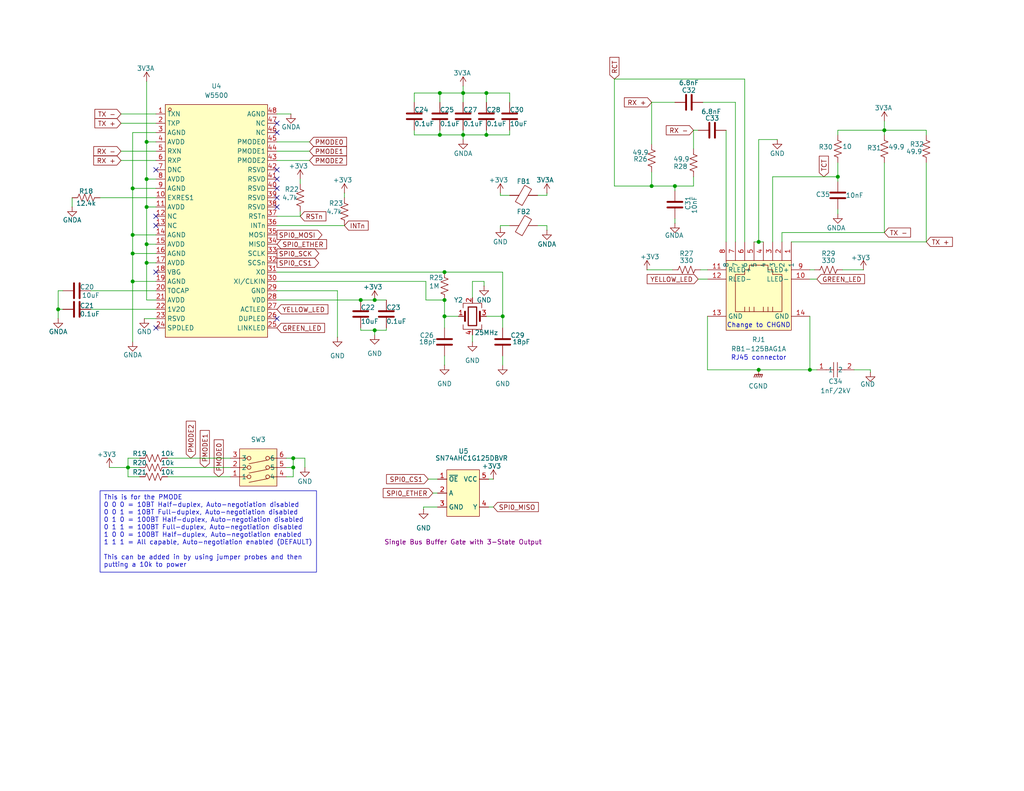
<source format=kicad_sch>
(kicad_sch (version 20250114) (generator "eeschema") (generator_version "9.0")
  (paper "USLetter")
  (title_block (date "2025-04-01") (rev "1") (company "Bronco Space") (comment 1 "SCALES") (comment 2 "By John Pollak"))
  (lib_symbols
    (symbol "Device:C" (pin_numbers (hide yes)) (pin_names (offset 0.254))
      (property "Reference" "C" (at 0.635 2.54 0))
      (property "Value" "C" (at 0.635 -2.54 0))
      (symbol "C_0_1"
        (polyline (pts (xy -2.032 0.762) (xy 2.032 0.762)) (stroke (width 0.508)))
        (polyline (pts (xy -2.032 -0.762) (xy 2.032 -0.762)) (stroke (width 0.508)))
      )
      (symbol "C_1_1"
        (pin passive line (at 0 3.81 270) (length 2.794) (name "~") (number "1"))
        (pin passive line (at 0 -3.81 90) (length 2.794) (name "~") (number "2"))
      )
    )
    (symbol "Device:Crystal_GND24" (pin_names (offset 1.016) (hide yes))
      (property "Reference" "Y" (at 3.175 5.08 0))
      (property "Value" "Crystal_GND24" (at 3.175 3.175 0))
      (symbol "Crystal_GND24_0_1"
        (polyline (pts (xy -2.54 2.286) (xy -2.54 3.556) (xy 2.54 3.556) (xy 2.54 2.286)))
        (polyline (pts (xy -2.54 0) (xy -2.032 0)))
        (polyline (pts (xy -2.54 -2.286) (xy -2.54 -3.556) (xy 2.54 -3.556) (xy 2.54 -2.286)))
        (polyline (pts (xy -2.032 -1.27) (xy -2.032 1.27)) (stroke (width 0.508)))
        (rectangle (start -1.143 2.54) (end 1.143 -2.54) (stroke (width 0.3048)))
        (polyline (pts (xy 0 3.556) (xy 0 3.81)))
        (polyline (pts (xy 0 -3.81) (xy 0 -3.556)))
        (polyline (pts (xy 2.032 0) (xy 2.54 0)))
        (polyline (pts (xy 2.032 -1.27) (xy 2.032 1.27)) (stroke (width 0.508)))
      )
      (symbol "Crystal_GND24_1_1"
        (pin passive line (at -3.81 0 0) (length 1.27) (name "1") (number "1"))
        (pin passive line (at 0 5.08 270) (length 1.27) (name "2") (number "2"))
        (pin passive line (at 0 -5.08 90) (length 1.27) (name "4") (number "4"))
        (pin passive line (at 3.81 0 180) (length 1.27) (name "3") (number "3"))
      )
    )
    (symbol "Device:FerriteBead" (pin_numbers (hide yes)) (pin_names (offset 0))
      (property "Reference" "FB" (at -3.81 0.635 90))
      (property "Value" "FerriteBead" (at 3.81 0 90))
      (symbol "FerriteBead_0_1"
        (polyline (pts (xy -2.7686 0.4064) (xy -1.7018 2.2606) (xy 2.7686 -0.3048) (xy 1.6764 -2.159) (xy -2.7686 0.4064)))
        (polyline (pts (xy 0 1.27) (xy 0 1.2954)))
        (polyline (pts (xy 0 -1.27) (xy 0 -1.2192)))
      )
      (symbol "FerriteBead_1_1"
        (pin passive line (at 0 3.81 270) (length 2.54) (name "~") (number "1"))
        (pin passive line (at 0 -3.81 90) (length 2.54) (name "~") (number "2"))
      )
    )
    (symbol "Device:R_US" (pin_numbers (hide yes)) (pin_names (offset 0))
      (property "Reference" "R" (at 2.54 0 90))
      (property "Value" "R_US" (at -2.54 0 90))
      (symbol "R_US_0_1"
        (polyline (pts (xy 0 2.286) (xy 0 2.54)))
        (polyline (pts (xy 0 2.286) (xy 1.016 1.905) (xy 0 1.524) (xy -1.016 1.143) (xy 0 0.762)))
        (polyline (pts (xy 0 0.762) (xy 1.016 0.381) (xy 0 0) (xy -1.016 -0.381) (xy 0 -0.762)))
        (polyline (pts (xy 0 -0.762) (xy 1.016 -1.143) (xy 0 -1.524) (xy -1.016 -1.905) (xy 0 -2.286)))
        (polyline (pts (xy 0 -2.286) (xy 0 -2.54)))
      )
      (symbol "R_US_1_1"
        (pin passive line (at 0 3.81 270) (length 1.27) (name "~") (number "1"))
        (pin passive line (at 0 -3.81 90) (length 1.27) (name "~") (number "2"))
      )
    )
    (symbol "SCALES:3_Pin_Dip_Switch_DSWB03LHGET_C25503178"
      (property "Reference" "SW" (at -7.366 0 0))
      (property "Value" "3_Pin_Dip_Switch_DSWB03LHGET_C25503178" (at 0 -18.542 0))
      (symbol "3_Pin_Dip_Switch_DSWB03LHGET_C25503178_0_1"
        (rectangle (start -5.08 5.08) (end 5.08 -5.08) (fill (type background)))
        (polyline (pts (xy -3.05 -2.54) (xy -4.06 2.54)))
        (polyline (pts (xy -2.54 3.05) (xy -2.54 5.08)))
        (circle (center -2.54 2.54) (radius 0.51))
        (circle (center -2.54 -2.54) (radius 0.51))
        (polyline (pts (xy -2.54 -3.05) (xy -2.54 -5.08)))
        (polyline (pts (xy -0.51 -2.54) (xy -1.52 2.54)))
        (polyline (pts (xy 0 3.05) (xy 0 5.08)))
        (circle (center 0 2.54) (radius 0.51))
        (circle (center 0 -2.54) (radius 0.51))
        (polyline (pts (xy 0 -3.05) (xy 0 -5.08)))
        (polyline (pts (xy 2.03 -2.54) (xy 1.02 2.54)))
        (polyline (pts (xy 2.54 3.05) (xy 2.54 5.08)))
        (circle (center 2.54 2.54) (radius 0.51))
        (circle (center 2.54 -2.54) (radius 0.51))
        (polyline (pts (xy 2.54 -3.05) (xy 2.54 -5.08)))
        (pin unspecified line (at -2.54 7.62 270) (length 2.54) (name "1") (number "1"))
        (pin unspecified line (at -2.54 -7.62 90) (length 2.54) (name "4") (number "4"))
        (pin unspecified line (at 0 7.62 270) (length 2.54) (name "2") (number "2"))
        (pin unspecified line (at 0 -7.62 90) (length 2.54) (name "5") (number "5"))
        (pin unspecified line (at 2.54 7.62 270) (length 2.54) (name "3") (number "3"))
        (pin unspecified line (at 2.54 -7.62 90) (length 2.54) (name "6") (number "6"))
      )
    )
    (symbol "SCALES:FV32N102J202EFG"
      (property "Reference" "C" (at 0 5.08 0))
      (property "Value" "1nF/2kV" (at 0 -5.08 0))
      (symbol "FV32N102J202EFG_0_1"
        (polyline (pts (xy -0.51 0) (xy -2.54 0)))
        (polyline (pts (xy -0.51 -2.03) (xy -0.51 2.03)))
        (polyline (pts (xy 0.51 2.03) (xy 0.51 -2.03)))
        (polyline (pts (xy 2.54 0) (xy 0.51 0)))
        (pin unspecified line (at -5.08 0 0) (length 2.54) (name "1") (number "1"))
        (pin unspecified line (at 5.08 0 180) (length 2.54) (name "2") (number "2"))
      )
    )
    (symbol "SCALES:SN74AHC1G125DBVR"
      (property "Reference" "U" (at 0.254 7.62 0))
      (property "Value" "SN74AHC1G125DBVR" (at 0 -10.16 0))
      (symbol "SN74AHC1G125DBVR_0_1"
        (rectangle (start -3.81 6.35) (end 5.08 -6.35) (fill (type background)))
        (pin unspecified line (at -6.35 0 0) (length 2.54) (name "A") (number "2"))
        (pin unspecified line (at -6.35 -3.81 0) (length 2.54) (name "GND") (number "3"))
        (pin unspecified line (at 7.62 3.81 180) (length 2.54) (name "VCC") (number "5"))
        (pin unspecified line (at 7.62 -3.81 180) (length 2.54) (name "Y") (number "4"))
      )
      (symbol "SN74AHC1G125DBVR_1_1"
        (pin unspecified line (at -6.35 3.81 0) (length 2.54) (name "~{OE}") (number "1"))
      )
    )
    (symbol "easyeda2kicad:RB1-125BAG1A"
      (property "Reference" "RJ" (at 0 12.7 0))
      (property "Value" "RB1-125BAG1A" (at 0 -17.78 0))
      (symbol "RB1-125BAG1A_0_1"
        (rectangle (start -7.62 11.43) (end 10.16 -7.62) (fill (type background)))
        (polyline (pts (xy -2.54 6.35) (xy -2.54 5.08) (xy -2.54 5.08)))
        (polyline (pts (xy -1.27 6.35) (xy -1.27 5.08) (xy -1.27 5.08)))
        (polyline (pts (xy 0 6.35) (xy 0 5.08) (xy 0 5.08)))
        (polyline (pts (xy 2.54 6.35) (xy 2.54 5.08) (xy 2.54 5.08)))
        (polyline (pts (xy 3.81 6.35) (xy 3.81 5.08) (xy 3.81 5.08)))
        (polyline (pts (xy 5.08 6.35) (xy 5.08 5.08) (xy 5.08 5.08)))
        (polyline (pts (xy 7.62 6.35) (xy -5.08 6.35) (xy -5.08 -3.81) (xy -2.54 -3.81) (xy -2.54 -5.08) (xy -1.27 -5.08) (xy -1.27 -5.08) (xy -1.27 -6.35) (xy 3.81 -6.35) (xy 3.81 -5.08) (xy 5.08 -5.08) (xy 5.08 -3.81) (xy 7.62 -3.81) (xy 7.62 6.35) (xy 7.62 5.08)))
        (pin unspecified line (at -12.7 7.62 0) (length 5.08) (name "GND") (number "14"))
        (pin unspecified line (at -12.7 -2.54 0) (length 5.08) (name "LLED-") (number "10"))
        (pin unspecified line (at -12.7 -5.08 0) (length 5.08) (name "LLED+") (number "9"))
        (pin unspecified line (at -7.62 -12.7 90) (length 5.08) (name "1") (number "1"))
        (pin unspecified line (at -5.08 -12.7 90) (length 5.08) (name "2") (number "2"))
        (pin unspecified line (at -2.54 -12.7 90) (length 5.08) (name "3") (number "3"))
        (pin unspecified line (at 0 -12.7 90) (length 5.08) (name "4") (number "4"))
        (pin unspecified line (at 2.54 -12.7 90) (length 5.08) (name "5") (number "5"))
        (pin unspecified line (at 5.08 -12.7 90) (length 5.08) (name "6") (number "6"))
        (pin unspecified line (at 7.62 -12.7 90) (length 5.08) (name "7") (number "7"))
        (pin unspecified line (at 10.16 -12.7 90) (length 5.08) (name "8") (number "8"))
        (pin unspecified line (at 15.24 7.62 180) (length 5.08) (name "GND") (number "13"))
        (pin unspecified line (at 15.24 -2.54 180) (length 5.08) (name "RLED-") (number "12"))
        (pin unspecified line (at 15.24 -5.08 180) (length 5.08) (name "RLED+") (number "11"))
      )
    )
    (symbol "easyeda2kicad:W5500"
      (property "Reference" "U" (at 0 34.29 0))
      (property "Value" "W5500" (at 0 -34.29 0))
      (symbol "W5500_0_1"
        (rectangle (start -13.97 31.75) (end 13.97 -31.75) (fill (type background)))
        (circle (center -12.7 30.48) (radius 0.38))
        (pin unspecified line (at -16.51 29.21 0) (length 2.54) (name "TXN") (number "1"))
        (pin unspecified line (at -16.51 26.67 0) (length 2.54) (name "TXP") (number "2"))
        (pin unspecified line (at -16.51 24.13 0) (length 2.54) (name "AGND") (number "3"))
        (pin unspecified line (at -16.51 21.59 0) (length 2.54) (name "AVDD") (number "4"))
        (pin unspecified line (at -16.51 19.05 0) (length 2.54) (name "RXN") (number "5"))
        (pin unspecified line (at -16.51 16.51 0) (length 2.54) (name "RXP") (number "6"))
        (pin unspecified line (at -16.51 13.97 0) (length 2.54) (name "DNC") (number "7"))
        (pin unspecified line (at -16.51 11.43 0) (length 2.54) (name "AVDD") (number "8"))
        (pin unspecified line (at -16.51 8.89 0) (length 2.54) (name "AGND") (number "9"))
        (pin unspecified line (at -16.51 6.35 0) (length 2.54) (name "EXRES1") (number "10"))
        (pin unspecified line (at -16.51 3.81 0) (length 2.54) (name "AVDD") (number "11"))
        (pin unspecified line (at -16.51 1.27 0) (length 2.54) (name "NC") (number "12"))
        (pin unspecified line (at -16.51 -1.27 0) (length 2.54) (name "NC") (number "13"))
        (pin unspecified line (at -16.51 -3.81 0) (length 2.54) (name "AGND") (number "14"))
        (pin unspecified line (at -16.51 -6.35 0) (length 2.54) (name "AVDD") (number "15"))
        (pin unspecified line (at -16.51 -8.89 0) (length 2.54) (name "AGND") (number "16"))
        (pin unspecified line (at -16.51 -11.43 0) (length 2.54) (name "AVDD") (number "17"))
        (pin unspecified line (at -16.51 -13.97 0) (length 2.54) (name "VBG") (number "18"))
        (pin unspecified line (at -16.51 -16.51 0) (length 2.54) (name "AGND") (number "19"))
        (pin unspecified line (at -16.51 -19.05 0) (length 2.54) (name "TOCAP") (number "20"))
        (pin unspecified line (at -16.51 -21.59 0) (length 2.54) (name "AVDD") (number "21"))
        (pin unspecified line (at -16.51 -24.13 0) (length 2.54) (name "1V2O") (number "22"))
        (pin unspecified line (at -16.51 -26.67 0) (length 2.54) (name "RSVD") (number "23"))
        (pin unspecified line (at -16.51 -29.21 0) (length 2.54) (name "SPDLED") (number "24"))
        (pin unspecified line (at 16.51 29.21 180) (length 2.54) (name "AGND") (number "48"))
        (pin unspecified line (at 16.51 26.67 180) (length 2.54) (name "NC") (number "47"))
        (pin unspecified line (at 16.51 24.13 180) (length 2.54) (name "NC") (number "46"))
        (pin unspecified line (at 16.51 21.59 180) (length 2.54) (name "PMODE0") (number "45"))
        (pin unspecified line (at 16.51 19.05 180) (length 2.54) (name "PMODE1") (number "44"))
        (pin unspecified line (at 16.51 16.51 180) (length 2.54) (name "PMODE2") (number "43"))
        (pin unspecified line (at 16.51 13.97 180) (length 2.54) (name "RSVD") (number "42"))
        (pin unspecified line (at 16.51 11.43 180) (length 2.54) (name "RSVD") (number "41"))
        (pin unspecified line (at 16.51 8.89 180) (length 2.54) (name "RSVD") (number "40"))
        (pin unspecified line (at 16.51 6.35 180) (length 2.54) (name "RSVD") (number "39"))
        (pin unspecified line (at 16.51 3.81 180) (length 2.54) (name "RSVD") (number "38"))
        (pin unspecified line (at 16.51 1.27 180) (length 2.54) (name "RSTn") (number "37"))
        (pin unspecified line (at 16.51 -1.27 180) (length 2.54) (name "INTn") (number "36"))
        (pin unspecified line (at 16.51 -3.81 180) (length 2.54) (name "MOSI") (number "35"))
        (pin unspecified line (at 16.51 -6.35 180) (length 2.54) (name "MISO") (number "34"))
        (pin unspecified line (at 16.51 -8.89 180) (length 2.54) (name "SCLK") (number "33"))
        (pin unspecified line (at 16.51 -11.43 180) (length 2.54) (name "SCSn") (number "32"))
        (pin unspecified line (at 16.51 -13.97 180) (length 2.54) (name "XO") (number "31"))
        (pin unspecified line (at 16.51 -16.51 180) (length 2.54) (name "XI/CLKIN") (number "30"))
        (pin unspecified line (at 16.51 -19.05 180) (length 2.54) (name "GND") (number "29"))
        (pin unspecified line (at 16.51 -21.59 180) (length 2.54) (name "VDD") (number "28"))
        (pin unspecified line (at 16.51 -24.13 180) (length 2.54) (name "ACTLED") (number "27"))
        (pin unspecified line (at 16.51 -26.67 180) (length 2.54) (name "DUPLED") (number "26"))
        (pin unspecified line (at 16.51 -29.21 180) (length 2.54) (name "LINKLED") (number "25"))
      )
    )
    (symbol "power:+3V3" (power) (pin_numbers (hide yes)) (pin_names (offset 0) (hide yes))
      (property "Value" "+3V3" (at 0 3.556 0))
      (symbol "+3V3_0_1"
        (polyline (pts (xy -0.762 1.27) (xy 0 2.54)))
        (polyline (pts (xy 0 2.54) (xy 0.762 1.27)))
        (polyline (pts (xy 0 0) (xy 0 2.54)))
      )
      (symbol "+3V3_1_1"
        (pin power_in line (at 0 0 90) (length 0) (name "~") (number "1"))
      )
    )
    (symbol "power:GND" (power) (pin_numbers (hide yes)) (pin_names (offset 0) (hide yes))
      (property "Value" "GND" (at 0 -3.81 0))
      (symbol "GND_0_1"
        (polyline (pts (xy 0 0) (xy 0 -1.27) (xy 1.27 -1.27) (xy 0 -2.54) (xy -1.27 -1.27) (xy 0 -1.27)))
      )
      (symbol "GND_1_1"
        (pin power_in line (at 0 0 270) (length 0) (name "~") (number "1"))
      )
    )
    (symbol "power:GNDPWR" (power) (pin_numbers (hide yes)) (pin_names (offset 0) (hide yes))
      (property "Value" "GNDPWR" (at 0 -3.302 0))
      (symbol "GNDPWR_0_1"
        (polyline (pts (xy -1.016 -1.27) (xy -1.27 -2.032) (xy -1.27 -2.032)) (stroke (width 0.2032)))
        (polyline (pts (xy -0.508 -1.27) (xy -0.762 -2.032) (xy -0.762 -2.032)) (stroke (width 0.2032)))
        (polyline (pts (xy 0 -1.27) (xy 0 0)))
        (polyline (pts (xy 0 -1.27) (xy -0.254 -2.032) (xy -0.254 -2.032)) (stroke (width 0.2032)))
        (polyline (pts (xy 0.508 -1.27) (xy 0.254 -2.032) (xy 0.254 -2.032)) (stroke (width 0.2032)))
        (polyline (pts (xy 1.016 -1.27) (xy -1.016 -1.27) (xy -1.016 -1.27)) (stroke (width 0.2032)))
        (polyline (pts (xy 1.016 -1.27) (xy 0.762 -2.032) (xy 0.762 -2.032) (xy 0.762 -2.032)) (stroke (width 0.2032)))
      )
      (symbol "GNDPWR_1_1"
        (pin power_in line (at 0 0 270) (length 0) (name "~") (number "1"))
      )
    )
    (symbol "power:VPP" (power) (pin_numbers (hide yes)) (pin_names (offset 0) (hide yes))
      (property "Value" "VPP" (at 0 3.556 0))
      (symbol "VPP_0_1"
        (polyline (pts (xy -0.762 1.27) (xy 0 2.54)))
        (polyline (pts (xy 0 2.54) (xy 0.762 1.27)))
        (polyline (pts (xy 0 0) (xy 0 2.54)))
      )
      (symbol "VPP_1_1"
        (pin power_in line (at 0 0 90) (length 0) (name "~") (number "1"))
      )
    )
  )
  (text "Change to CHGND\n" (at 207.01 88.9 0) (effects (font (size 1.27 1.27))))
  (text "RJ45 connector" (at 207.01 97.79 0) (effects (font (size 1.27 1.27))))
  (text_box "This is for the PMODE\n0 0 0 = 10BT Half-duplex, Auto-negotiation disabled\n0 0 1 = 10BT Full-duplex, Auto-negotiation disabled\n0 1 0 = 100BT Half-duplex, Auto-negotiation disabled\n0 1 1 = 100BT Full-duplex, Auto-negotiation disabled\n1 0 0 = 100BT Half-duplex, Auto-negotiation enabled\n1 1 1 = All capable, Auto-negotiation enabled (DEFAULT)\n\nThis can be added in by using jumper probes and then putting a 10k to power" (at 27.305 133.985 0) (size 59.055 22.225) (margins 0.9525 0.9525 0.9525 0.9525) (effects (font (size 1.27 1.27)) (justify left top)))
  (junction (at 137.16 86.36))
  (junction (at 207.01 66.04))
  (junction (at 228.6 48.26))
  (junction (at 241.3 35.56))
  (junction (at 120.015 36.83))
  (junction (at 120.015 25.4))
  (junction (at 40.005 71.755))
  (junction (at 121.285 81.915))
  (junction (at 36.195 51.435))
  (junction (at 132.715 36.83))
  (junction (at 220.98 100.965))
  (junction (at 40.005 66.675))
  (junction (at 121.285 74.295))
  (junction (at 102.235 90.17))
  (junction (at 36.195 64.135))
  (junction (at 15.875 84.455))
  (junction (at 34.925 127.635))
  (junction (at 126.365 25.4))
  (junction (at 40.005 56.515))
  (junction (at 80.01 125.095))
  (junction (at 121.285 86.36))
  (junction (at 132.715 25.4))
  (junction (at 36.195 69.215))
  (junction (at 40.005 48.895))
  (junction (at 98.425 81.915))
  (junction (at 36.195 76.835))
  (junction (at 126.365 36.83))
  (junction (at 184.15 50.8))
  (junction (at 102.235 81.915))
  (junction (at 207.01 100.965))
  (junction (at 177.8 50.8))
  (junction (at 80.01 127.635))
  (junction (at 40.005 38.735))
  (no_connect (at 75.565 51.435))
  (no_connect (at 75.565 56.515))
  (no_connect (at 75.565 86.995))
  (no_connect (at 42.545 61.595))
  (no_connect (at 42.545 89.535))
  (no_connect (at 75.565 53.975))
  (no_connect (at 42.545 59.055))
  (no_connect (at 75.565 33.655))
  (no_connect (at 75.565 46.355))
  (no_connect (at 42.545 46.355))
  (no_connect (at 75.565 48.895))
  (no_connect (at 75.565 36.195))
  (no_connect (at 42.545 74.295))
  (wire (pts (xy 121.285 99.695) (xy 121.285 97.155)))
  (wire (pts (xy 126.365 23.495) (xy 126.365 25.4)))
  (wire (pts (xy 177.8 27.94) (xy 177.8 39.37)))
  (wire (pts (xy 125.095 86.36) (xy 121.285 86.36)))
  (wire (pts (xy 105.41 90.17) (xy 105.41 89.535)))
  (wire (pts (xy 42.545 81.915) (xy 40.005 81.915)))
  (wire (pts (xy 34.925 127.635) (xy 34.925 130.175)))
  (wire (pts (xy 75.565 31.115) (xy 79.375 31.115)))
  (wire (pts (xy 120.015 36.83) (xy 120.015 35.56)))
  (wire (pts (xy 42.545 56.515) (xy 40.005 56.515)))
  (wire (pts (xy 120.015 25.4) (xy 126.365 25.4)))
  (wire (pts (xy 134.62 138.43) (xy 133.35 138.43)))
  (wire (pts (xy 36.195 51.435) (xy 36.195 64.135)))
  (wire (pts (xy 84.455 41.275) (xy 75.565 41.275)))
  (wire (pts (xy 39.37 86.995) (xy 42.545 86.995)))
  (wire (pts (xy 80.01 125.095) (xy 83.185 125.095)))
  (wire (pts (xy 45.72 130.175) (xy 62.865 130.175)))
  (wire (pts (xy 116.84 130.81) (xy 119.38 130.81)))
  (wire (pts (xy 213.36 63.5) (xy 241.3 63.5)))
  (wire (pts (xy 33.02 33.655) (xy 42.545 33.655)))
  (wire (pts (xy 42.545 69.215) (xy 36.195 69.215)))
  (wire (pts (xy 84.455 38.735) (xy 75.565 38.735)))
  (wire (pts (xy 252.73 66.04) (xy 215.9 66.04)))
  (wire (pts (xy 40.005 66.675) (xy 40.005 56.515)))
  (wire (pts (xy 203.2 66.04) (xy 203.2 21.59)))
  (wire (pts (xy 98.425 81.915) (xy 102.235 81.915)))
  (wire (pts (xy 42.545 66.675) (xy 40.005 66.675)))
  (wire (pts (xy 189.23 50.8) (xy 189.23 48.26)))
  (wire (pts (xy 132.715 36.83) (xy 139.065 36.83)))
  (wire (pts (xy 15.875 84.455) (xy 17.145 84.455)))
  (wire (pts (xy 27.305 53.975) (xy 42.545 53.975)))
  (wire (pts (xy 132.715 27.94) (xy 132.715 25.4)))
  (wire (pts (xy 80.01 127.635) (xy 80.01 130.175)))
  (wire (pts (xy 167.64 50.8) (xy 177.8 50.8)))
  (wire (pts (xy 203.2 21.59) (xy 167.64 21.59)))
  (wire (pts (xy 189.23 35.56) (xy 189.23 40.64)))
  (wire (pts (xy 222.25 73.66) (xy 220.98 73.66)))
  (wire (pts (xy 42.545 76.835) (xy 36.195 76.835)))
  (wire (pts (xy 81.915 48.895) (xy 81.915 50.165)))
  (wire (pts (xy 40.005 22.225) (xy 40.005 38.735)))
  (wire (pts (xy 45.72 127.635) (xy 62.865 127.635)))
  (wire (pts (xy 228.6 35.56) (xy 241.3 35.56)))
  (wire (pts (xy 184.15 50.8) (xy 177.8 50.8)))
  (wire (pts (xy 121.285 86.36) (xy 121.285 89.535)))
  (wire (pts (xy 207.01 100.965) (xy 220.98 100.965)))
  (wire (pts (xy 167.64 21.59) (xy 167.64 50.8)))
  (wire (pts (xy 126.365 25.4) (xy 132.715 25.4)))
  (wire (pts (xy 241.3 35.56) (xy 241.3 36.83)))
  (wire (pts (xy 184.15 59.69) (xy 184.15 60.96)))
  (wire (pts (xy 40.005 66.675) (xy 40.005 71.755)))
  (wire (pts (xy 139.065 61.595) (xy 136.525 61.595)))
  (wire (pts (xy 237.49 100.965) (xy 237.49 101.6)))
  (wire (pts (xy 207.01 38.1) (xy 207.01 66.04)))
  (wire (pts (xy 121.285 74.295) (xy 137.16 74.295)))
  (wire (pts (xy 34.925 125.095) (xy 34.925 127.635)))
  (wire (pts (xy 137.16 86.36) (xy 132.715 86.36)))
  (wire (pts (xy 193.04 86.36) (xy 193.04 100.965)))
  (wire (pts (xy 42.545 48.895) (xy 40.005 48.895)))
  (wire (pts (xy 45.72 125.095) (xy 62.865 125.095)))
  (wire (pts (xy 126.365 38.1) (xy 126.365 36.83)))
  (wire (pts (xy 220.98 100.965) (xy 220.98 86.36)))
  (wire (pts (xy 115.57 138.43) (xy 115.57 139.065)))
  (wire (pts (xy 40.005 48.895) (xy 40.005 38.735)))
  (wire (pts (xy 191.77 27.94) (xy 200.66 27.94)))
  (wire (pts (xy 116.205 81.915) (xy 121.285 81.915)))
  (wire (pts (xy 81.915 59.055) (xy 75.565 59.055)))
  (wire (pts (xy 33.02 43.815) (xy 42.545 43.815)))
  (wire (pts (xy 189.23 35.56) (xy 190.5 35.56)))
  (wire (pts (xy 228.6 44.45) (xy 228.6 48.26)))
  (wire (pts (xy 75.565 79.375) (xy 92.075 79.375)))
  (wire (pts (xy 42.545 51.435) (xy 36.195 51.435)))
  (wire (pts (xy 92.075 79.375) (xy 92.075 92.075)))
  (wire (pts (xy 78.105 125.095) (xy 80.01 125.095)))
  (wire (pts (xy 38.1 125.095) (xy 34.925 125.095)))
  (wire (pts (xy 34.925 127.635) (xy 38.1 127.635)))
  (wire (pts (xy 222.885 76.2) (xy 220.98 76.2)))
  (wire (pts (xy 241.3 44.45) (xy 241.3 63.5)))
  (wire (pts (xy 137.16 86.36) (xy 137.16 89.535)))
  (wire (pts (xy 81.915 57.785) (xy 81.915 59.055)))
  (wire (pts (xy 191.135 73.66) (xy 193.04 73.66)))
  (wire (pts (xy 102.235 90.17) (xy 105.41 90.17)))
  (wire (pts (xy 40.005 56.515) (xy 40.005 48.895)))
  (wire (pts (xy 36.195 64.135) (xy 36.195 69.215)))
  (wire (pts (xy 40.005 38.735) (xy 42.545 38.735)))
  (wire (pts (xy 134.62 130.81) (xy 133.35 130.81)))
  (wire (pts (xy 36.195 36.195) (xy 36.195 51.435)))
  (wire (pts (xy 120.015 25.4) (xy 120.015 27.94)))
  (wire (pts (xy 200.66 27.94) (xy 200.66 66.04)))
  (wire (pts (xy 102.235 91.44) (xy 102.235 90.17)))
  (wire (pts (xy 190.5 76.2) (xy 193.04 76.2)))
  (wire (pts (xy 78.105 127.635) (xy 80.01 127.635)))
  (wire (pts (xy 42.545 36.195) (xy 36.195 36.195)))
  (wire (pts (xy 132.715 35.56) (xy 132.715 36.83)))
  (wire (pts (xy 184.15 50.8) (xy 184.15 52.07)))
  (wire (pts (xy 205.74 66.04) (xy 207.01 66.04)))
  (wire (pts (xy 102.235 81.915) (xy 105.41 81.915)))
  (wire (pts (xy 137.16 97.155) (xy 137.16 99.695)))
  (wire (pts (xy 98.425 90.17) (xy 102.235 90.17)))
  (wire (pts (xy 113.03 36.83) (xy 120.015 36.83)))
  (wire (pts (xy 228.6 49.53) (xy 228.6 48.26)))
  (wire (pts (xy 113.03 27.94) (xy 113.03 25.4)))
  (wire (pts (xy 128.905 91.44) (xy 128.905 93.345)))
  (wire (pts (xy 132.08 76.835) (xy 132.08 78.105)))
  (wire (pts (xy 149.225 53.34) (xy 149.225 52.705)))
  (wire (pts (xy 113.03 25.4) (xy 120.015 25.4)))
  (wire (pts (xy 210.82 66.04) (xy 210.82 48.26)))
  (wire (pts (xy 17.145 79.375) (xy 15.875 79.375)))
  (wire (pts (xy 252.73 66.04) (xy 252.73 44.45)))
  (wire (pts (xy 189.23 50.8) (xy 184.15 50.8)))
  (wire (pts (xy 83.185 125.095) (xy 83.185 127.635)))
  (wire (pts (xy 38.1 130.175) (xy 34.925 130.175)))
  (wire (pts (xy 146.685 53.34) (xy 149.225 53.34)))
  (wire (pts (xy 78.105 130.175) (xy 80.01 130.175)))
  (wire (pts (xy 119.38 138.43) (xy 115.57 138.43)))
  (wire (pts (xy 136.525 61.595) (xy 136.525 62.23)))
  (wire (pts (xy 24.765 84.455) (xy 42.545 84.455)))
  (wire (pts (xy 29.845 127.635) (xy 34.925 127.635)))
  (wire (pts (xy 228.6 58.42) (xy 228.6 57.15)))
  (wire (pts (xy 126.365 36.83) (xy 126.365 35.56)))
  (wire (pts (xy 15.875 79.375) (xy 15.875 84.455)))
  (wire (pts (xy 132.715 25.4) (xy 139.065 25.4)))
  (wire (pts (xy 75.565 81.915) (xy 98.425 81.915)))
  (wire (pts (xy 241.3 35.56) (xy 241.3 33.02)))
  (wire (pts (xy 36.195 64.135) (xy 42.545 64.135)))
  (wire (pts (xy 146.685 61.595) (xy 149.225 61.595)))
  (wire (pts (xy 36.195 76.835) (xy 36.195 93.345)))
  (wire (pts (xy 193.04 100.965) (xy 207.01 100.965)))
  (wire (pts (xy 252.73 35.56) (xy 241.3 35.56)))
  (wire (pts (xy 126.365 27.94) (xy 126.365 25.4)))
  (wire (pts (xy 252.73 36.83) (xy 252.73 35.56)))
  (wire (pts (xy 75.565 74.295) (xy 121.285 74.295)))
  (wire (pts (xy 228.6 36.83) (xy 228.6 35.56)))
  (wire (pts (xy 93.98 52.705) (xy 93.98 53.975)))
  (wire (pts (xy 220.98 100.965) (xy 222.885 100.965)))
  (wire (pts (xy 121.285 81.915) (xy 121.285 86.36)))
  (wire (pts (xy 24.765 79.375) (xy 42.545 79.375)))
  (wire (pts (xy 84.455 43.815) (xy 75.565 43.815)))
  (wire (pts (xy 40.005 71.755) (xy 40.005 81.915)))
  (wire (pts (xy 120.015 36.83) (xy 126.365 36.83)))
  (wire (pts (xy 15.875 84.455) (xy 15.875 86.995)))
  (wire (pts (xy 126.365 36.83) (xy 132.715 36.83)))
  (wire (pts (xy 136.525 53.34) (xy 139.065 53.34)))
  (wire (pts (xy 233.045 100.965) (xy 237.49 100.965)))
  (wire (pts (xy 36.195 69.215) (xy 36.195 76.835)))
  (wire (pts (xy 75.565 76.835) (xy 116.205 76.835)))
  (wire (pts (xy 98.425 89.535) (xy 98.425 90.17)))
  (wire (pts (xy 33.02 41.275) (xy 42.545 41.275)))
  (wire (pts (xy 149.225 61.595) (xy 149.225 62.865)))
  (wire (pts (xy 136.525 52.705) (xy 136.525 53.34)))
  (wire (pts (xy 80.01 125.095) (xy 80.01 127.635)))
  (wire (pts (xy 207.01 38.1) (xy 212.09 38.1)))
  (wire (pts (xy 213.36 63.5) (xy 213.36 66.04)))
  (wire (pts (xy 118.11 134.62) (xy 119.38 134.62)))
  (wire (pts (xy 42.545 71.755) (xy 40.005 71.755)))
  (wire (pts (xy 128.905 81.28) (xy 128.905 76.835)))
  (wire (pts (xy 177.8 50.8) (xy 177.8 46.99)))
  (wire (pts (xy 137.16 74.295) (xy 137.16 86.36)))
  (wire (pts (xy 184.15 27.94) (xy 177.8 27.94)))
  (wire (pts (xy 139.065 36.83) (xy 139.065 35.56)))
  (wire (pts (xy 207.01 66.04) (xy 208.28 66.04)))
  (wire (pts (xy 116.205 76.835) (xy 116.205 81.915)))
  (wire (pts (xy 75.565 61.595) (xy 93.98 61.595)))
  (wire (pts (xy 176.53 73.66) (xy 183.515 73.66)))
  (wire (pts (xy 19.685 53.975) (xy 19.685 56.515)))
  (wire (pts (xy 198.12 66.04) (xy 198.12 35.56)))
  (wire (pts (xy 139.065 25.4) (xy 139.065 27.94)))
  (wire (pts (xy 210.82 48.26) (xy 228.6 48.26)))
  (wire (pts (xy 128.905 76.835) (xy 132.08 76.835)))
  (wire (pts (xy 33.02 31.115) (xy 42.545 31.115)))
  (wire (pts (xy 235.585 73.66) (xy 229.87 73.66)))
  (wire (pts (xy 113.03 35.56) (xy 113.03 36.83)))
  (global_label "TX -" (shape input) (at 241.3 63.5 0) (property "Intersheetrefs" "${INTERSHEET_REFS}" (effects (hide yes))) (property "Netclass" "DP_90R" (effects (hide yes))))
  (global_label "RSTn" (shape input) (at 81.915 59.055 0) (property "Intersheetrefs" "${INTERSHEET_REFS}" (effects (hide yes))))
  (global_label "PMODE2" (shape input) (at 52.07 125.095 90) (property "Intersheetrefs" "${INTERSHEET_REFS}" (effects (hide yes))))
  (global_label "PMODE1" (shape input) (at 55.88 127.635 90) (property "Intersheetrefs" "${INTERSHEET_REFS}" (effects (hide yes))))
  (global_label "SPI0_ETHER" (shape input) (at 75.565 66.675 0) (property "Intersheetrefs" "${INTERSHEET_REFS}" (effects (hide yes))))
  (global_label "PMODE0" (shape input) (at 84.455 38.735 0) (property "Intersheetrefs" "${INTERSHEET_REFS}" (effects (hide yes))))
  (global_label "GREEN_LED" (shape input) (at 75.565 89.535 0) (property "Intersheetrefs" "${INTERSHEET_REFS}" (effects (hide yes))))
  (global_label "TX -" (shape input) (at 33.02 31.115 180) (property "Intersheetrefs" "${INTERSHEET_REFS}" (effects (hide yes))))
  (global_label "YELLOW_LED" (shape input) (at 75.565 84.455 0) (property "Intersheetrefs" "${INTERSHEET_REFS}" (effects (hide yes))))
  (global_label "TX +" (shape input) (at 252.73 66.04 0) (property "Intersheetrefs" "${INTERSHEET_REFS}" (effects (hide yes))) (property "Netclass" "DP_90R" (effects (hide yes))))
  (global_label "RCT" (shape input) (at 167.64 21.59 90) (property "Intersheetrefs" "${INTERSHEET_REFS}" (effects (hide yes))))
  (global_label "GREEN_LED" (shape input) (at 222.885 76.2 0) (property "Intersheetrefs" "${INTERSHEET_REFS}" (effects (hide yes))))
  (global_label "RX -" (shape input) (at 189.23 35.56 180) (property "Intersheetrefs" "${INTERSHEET_REFS}" (effects (hide yes))) (property "Netclass" "DP_90R" (effects (hide yes))))
  (global_label "PMODE1" (shape input) (at 84.455 41.275 0) (property "Intersheetrefs" "${INTERSHEET_REFS}" (effects (hide yes))))
  (global_label "SPI0_CS1" (shape output) (at 75.565 71.755 0) (property "Intersheetrefs" "${INTERSHEET_REFS}" (effects (hide yes))))
  (global_label "RX +" (shape input) (at 33.02 43.815 180) (property "Intersheetrefs" "${INTERSHEET_REFS}" (effects (hide yes))))
  (global_label "PMODE0" (shape input) (at 59.69 130.175 90) (property "Intersheetrefs" "${INTERSHEET_REFS}" (effects (hide yes))))
  (global_label "TX +" (shape input) (at 33.02 33.655 180) (property "Intersheetrefs" "${INTERSHEET_REFS}" (effects (hide yes))))
  (global_label "INTn" (shape input) (at 93.98 61.595 0) (property "Intersheetrefs" "${INTERSHEET_REFS}" (effects (hide yes))))
  (global_label "SPI0_SCK" (shape output) (at 75.565 69.215 0) (property "Intersheetrefs" "${INTERSHEET_REFS}" (effects (hide yes))))
  (global_label "SPI0_ETHER" (shape input) (at 118.11 134.62 180) (property "Intersheetrefs" "${INTERSHEET_REFS}" (effects (hide yes))))
  (global_label "RX +" (shape input) (at 177.8 27.94 180) (property "Intersheetrefs" "${INTERSHEET_REFS}" (effects (hide yes))) (property "Netclass" "DP_90R" (effects (hide yes))))
  (global_label "RX -" (shape input) (at 33.02 41.275 180) (property "Intersheetrefs" "${INTERSHEET_REFS}" (effects (hide yes))))
  (global_label "SPI0_MOSI" (shape output) (at 75.565 64.135 0) (property "Intersheetrefs" "${INTERSHEET_REFS}" (effects (hide yes))))
  (global_label "TCT" (shape input) (at 224.79 48.26 90) (property "Intersheetrefs" "${INTERSHEET_REFS}" (effects (hide yes))))
  (global_label "SPI0_CS1" (shape input) (at 116.84 130.81 180) (property "Intersheetrefs" "${INTERSHEET_REFS}" (effects (hide yes))))
  (global_label "YELLOW_LED" (shape input) (at 190.5 76.2 180) (property "Intersheetrefs" "${INTERSHEET_REFS}" (effects (hide yes))))
  (global_label "PMODE2" (shape input) (at 84.455 43.815 0) (property "Intersheetrefs" "${INTERSHEET_REFS}" (effects (hide yes))))
  (global_label "SPI0_MISO" (shape input) (at 134.62 138.43 0) (property "Intersheetrefs" "${INTERSHEET_REFS}" (effects (hide yes))))
  (symbol (lib_id "Device:C") (at 20.955 84.455 270) (unit 1)
    (property "Reference" "C21" (at 23.749 83.439 90))
    (property "Value" "0.1uF" (at 24.511 85.725 90))
    (property "Footprint" "Capacitor_SMD:C_0603_1608Metric" (effects (hide yes)))
    (property "Description" "Unpolarized capacitor" (effects (hide yes)))
  )
  (symbol (lib_id "Device:R_US") (at 41.91 130.175 270) (unit 1)
    (property "Reference" "R21" (at 38.1 128.905 90))
    (property "Value" "10k" (at 45.72 128.905 90))
    (property "Footprint" "Resistor_SMD:R_0603_1608Metric" (effects (hide yes)))
    (property "Description" "Resistor, US symbol" (effects (hide yes)))
  )
  (symbol (lib_id "power:+3V3") (at 102.235 81.915 0) (unit 1)
    (property "Reference" "#PWR055" (effects (hide yes)))
    (property "Value" "+3V3" (at 101.727 78.359 0))
    (property "Description" "Power symbol creates a global label with name \"+3V3\"" (effects (hide yes)))
  )
  (symbol (lib_id "power:GND") (at 15.875 86.995 0) (unit 1)
    (property "Reference" "#PWR044" (effects (hide yes)))
    (property "Value" "GNDA" (at 15.875 90.551 0))
    (property "Description" "Power symbol creates a global label with name \"GND\" , ground" (effects (hide yes)))
  )
  (symbol (lib_id "Device:C") (at 20.955 79.375 270) (unit 1)
    (property "Reference" "C20" (at 23.749 78.359 90))
    (property "Value" "10uF" (at 24.765 80.645 90))
    (property "Footprint" "Capacitor_SMD:C_0603_1608Metric" (effects (hide yes)))
    (property "Description" "Unpolarized capacitor" (effects (hide yes)))
  )
  (symbol (lib_id "Device:R_US") (at 41.91 125.095 270) (unit 1)
    (property "Reference" "R19" (at 38.1 123.825 90))
    (property "Value" "10k" (at 45.72 123.825 90))
    (property "Footprint" "Resistor_SMD:R_0603_1608Metric" (effects (hide yes)))
    (property "Description" "Resistor, US symbol" (effects (hide yes)))
  )
  (symbol (lib_id "SCALES:SN74AHC1G125DBVR") (at 125.73 134.62 0) (unit 1)
    (property "Reference" "U5" (at 125.095 123.19 0) (effects (justify left)))
    (property "Value" "SN74AHC1G125DBVR" (at 118.745 125.095 0) (effects (justify left)))
    (property "Footprint" "SCALES:SOT-23-5_L3.0-W1.7-P0.95-LS2.8-BR" (effects (hide yes)))
    (property "Datasheet" "https://lcsc.com/product-detail/74-Series_TI_SN74AHC1G125DBVR_SN74AHC1G125DBVR_C7468.html" (effects (hide yes)))
    (property "Description" "Single Bus Buffer Gate with 3-State Output" (at 126.365 147.955 0))
    (property "LCSC Part" "C7468" (effects (hide yes)))
  )
  (symbol (lib_id "power:GND") (at 132.08 78.105 0) (unit 1)
    (property "Reference" "#PWR063" (effects (hide yes)))
    (property "Value" "GND" (at 132.08 81.915 0))
    (property "Description" "Power symbol creates a global label with name \"GND\" , ground" (effects (hide yes)))
  )
  (symbol (lib_id "Device:C") (at 132.715 31.75 180) (unit 1)
    (property "Reference" "C28" (at 132.715 29.972 0) (effects (justify right)))
    (property "Value" "0.1uF" (at 132.715 33.782 0) (effects (justify right)))
    (property "Footprint" "Capacitor_SMD:C_0603_1608Metric" (effects (hide yes)))
    (property "Description" "Unpolarized capacitor" (effects (hide yes)))
  )
  (symbol (lib_id "power:+3V3") (at 93.98 52.705 0) (unit 1)
    (property "Reference" "#PWR054" (effects (hide yes)))
    (property "Value" "+3V3" (at 93.472 49.149 0))
    (property "Description" "Power symbol creates a global label with name \"+3V3\"" (effects (hide yes)))
  )
  (symbol (lib_id "Device:C") (at 137.16 93.345 180) (unit 1)
    (property "Reference" "C29" (at 141.224 91.567 0))
    (property "Value" "18pF" (at 142.24 93.345 0))
    (property "Footprint" "Capacitor_SMD:C_0603_1608Metric" (effects (hide yes)))
    (property "Description" "Unpolarized capacitor" (effects (hide yes)))
  )
  (symbol (lib_id "power:GND") (at 228.6 58.42 0) (unit 1)
    (property "Reference" "#PWR074" (effects (hide yes)))
    (property "Value" "GNDA" (at 225.552 62.23 0) (effects (justify left)))
    (property "Description" "Power symbol creates a global label with name \"GND\" , ground" (effects (hide yes)))
  )
  (symbol (lib_id "power:GND") (at 184.15 60.96 0) (unit 1)
    (property "Reference" "#PWR071" (effects (hide yes)))
    (property "Value" "GNDA" (at 181.356 64.262 0) (effects (justify left)))
    (property "Description" "Power symbol creates a global label with name \"GND\" , ground" (effects (hide yes)))
  )
  (symbol (lib_id "Device:C") (at 120.015 31.75 180) (unit 1)
    (property "Reference" "C25" (at 120.015 29.972 0) (effects (justify right)))
    (property "Value" "0.1uF" (at 120.015 33.782 0) (effects (justify right)))
    (property "Footprint" "Capacitor_SMD:C_0603_1608Metric" (effects (hide yes)))
    (property "Description" "Unpolarized capacitor" (effects (hide yes)))
  )
  (symbol (lib_id "Device:C") (at 121.285 93.345 180) (unit 1)
    (property "Reference" "C26" (at 116.459 91.567 0))
    (property "Value" "18pF" (at 116.713 93.345 0))
    (property "Footprint" "Capacitor_SMD:C_0603_1608Metric" (effects (hide yes)))
    (property "Description" "Unpolarized capacitor" (effects (hide yes)))
  )
  (symbol (lib_id "Device:R_US") (at 226.06 73.66 270) (unit 1)
    (property "Reference" "R29" (at 226.06 69.215 90))
    (property "Value" "330" (at 226.06 71.12 90))
    (property "Footprint" "Resistor_SMD:R_0603_1608Metric" (effects (hide yes)))
    (property "Description" "Resistor, US symbol" (effects (hide yes)))
  )
  (symbol (lib_id "power:+3V3") (at 134.62 130.81 0) (unit 1)
    (property "Reference" "#PWR064" (effects (hide yes)))
    (property "Value" "+3V3" (at 134.112 127.254 0))
    (property "Description" "Power symbol creates a global label with name \"+3V3\"" (effects (hide yes)))
  )
  (symbol (lib_id "power:GND") (at 212.09 38.1 0) (unit 1)
    (property "Reference" "#PWR073" (effects (hide yes)))
    (property "Value" "GND" (at 212.09 41.91 0))
    (property "Description" "Power symbol creates a global label with name \"GND\" , ground" (effects (hide yes)))
  )
  (symbol (lib_id "power:+3V3") (at 235.585 73.66 0) (unit 1)
    (property "Reference" "#PWR075" (effects (hide yes)))
    (property "Value" "+3V3" (at 234.823 70.358 0))
    (property "Description" "Power symbol creates a global label with name \"+3V3\"" (effects (hide yes)))
  )
  (symbol (lib_id "Device:R_US") (at 41.91 127.635 270) (unit 1)
    (property "Reference" "R20" (at 38.1 126.365 90))
    (property "Value" "10k" (at 45.72 126.365 90))
    (property "Footprint" "Resistor_SMD:R_0603_1608Metric" (effects (hide yes)))
    (property "Description" "Resistor, US symbol" (effects (hide yes)))
  )
  (symbol (lib_id "Device:R_US") (at 241.3 40.64 180) (unit 1)
    (property "Reference" "R31" (at 238.506 40.386 0))
    (property "Value" "49.9" (at 244.602 40.132 0))
    (property "Footprint" "Resistor_SMD:R_0603_1608Metric" (effects (hide yes)))
    (property "Description" "Resistor, US symbol" (effects (hide yes)))
  )
  (symbol (lib_id "Device:R_US") (at 228.6 40.64 180) (unit 1)
    (property "Reference" "R30" (at 225.298 40.132 0))
    (property "Value" "10" (at 231.14 40.005 0))
    (property "Footprint" "Resistor_SMD:R_0603_1608Metric" (effects (hide yes)))
    (property "Description" "Resistor, US symbol" (effects (hide yes)))
  )
  (symbol (lib_id "power:+3V3") (at 81.915 48.895 0) (unit 1)
    (property "Reference" "#PWR051" (effects (hide yes)))
    (property "Value" "+3V3" (at 81.407 45.339 0))
    (property "Description" "Power symbol creates a global label with name \"+3V3\"" (effects (hide yes)))
  )
  (symbol (lib_id "Device:R_US") (at 81.915 53.975 180) (unit 1)
    (property "Reference" "R22" (at 79.629 51.689 0))
    (property "Value" "4.7k" (at 79.121 53.975 0))
    (property "Footprint" "Resistor_SMD:R_0603_1608Metric" (effects (hide yes)))
    (property "Description" "Resistor, US symbol" (effects (hide yes)))
  )
  (symbol (lib_id "Device:R_US") (at 23.495 53.975 90) (unit 1)
    (property "Reference" "R18" (at 23.495 52.197 90))
    (property "Value" "12.4k" (at 23.495 55.499 90))
    (property "Footprint" "Resistor_SMD:R_0603_1608Metric" (effects (hide yes)))
    (property "Description" "Resistor, US symbol" (effects (hide yes)))
  )
  (symbol (lib_id "power:GND") (at 149.225 62.865 0) (unit 1)
    (property "Reference" "#PWR069" (effects (hide yes)))
    (property "Value" "GNDA" (at 149.225 66.675 0))
    (property "Description" "Power symbol creates a global label with name \"GND\" , ground" (effects (hide yes)))
  )
  (symbol (lib_id "power:VPP") (at 241.3 33.02 0) (unit 1)
    (property "Reference" "#PWR077" (effects (hide yes)))
    (property "Value" "3V3A" (at 241.046 29.464 0))
    (property "Description" "Power symbol creates a global label with name \"VPP\"" (effects (hide yes)))
  )
  (symbol (lib_id "power:VPP") (at 40.005 22.225 0) (unit 1)
    (property "Reference" "#PWR049" (effects (hide yes)))
    (property "Value" "3V3A" (at 39.751 18.669 0))
    (property "Description" "Power symbol creates a global label with name \"VPP\"" (effects (hide yes)))
  )
  (symbol (lib_id "power:+3V3") (at 149.225 52.705 0) (unit 1)
    (property "Reference" "#PWR068" (effects (hide yes)))
    (property "Value" "3V3A" (at 148.717 49.149 0))
    (property "Description" "Power symbol creates a global label with name \"+3V3\"" (effects (hide yes)))
  )
  (symbol (lib_id "power:GND") (at 83.185 127.635 0) (unit 1)
    (property "Reference" "#PWR052" (effects (hide yes)))
    (property "Value" "GND" (at 83.185 131.445 0))
    (property "Description" "Power symbol creates a global label with name \"GND\" , ground" (effects (hide yes)))
  )
  (symbol (lib_id "easyeda2kicad:RB1-125BAG1A") (at 208.28 78.74 180) (unit 1)
    (property "Reference" "RJ1" (at 207.01 92.71 0))
    (property "Value" "RB1-125BAG1A" (at 207.01 95.25 0))
    (property "Footprint" "easyeda2kicad:RJ45-TH_RB1-125BAG1A" (effects (hide yes)))
    (property "Datasheet" "https://lcsc.com/product-detail/Ethernet-Connectors-Modular-Connectors-RJ45-RJ11_WIZNET-RB1-125BAG1A_C910370.html" (effects (hide yes)))
    (property "LCSC Part" "C910370" (effects (hide yes)))
  )
  (symbol (lib_id "power:GNDPWR") (at 207.01 100.965 0) (unit 1)
    (property "Reference" "#PWR072" (effects (hide yes)))
    (property "Value" "CGND" (at 206.883 105.41 0))
    (property "Description" "Power symbol creates a global label with name \"GNDPWR\" , global ground" (effects (hide yes)))
  )
  (symbol (lib_id "Device:C") (at 98.425 85.725 180) (unit 1)
    (property "Reference" "C22" (at 98.425 83.947 0) (effects (justify right)))
    (property "Value" "10uF" (at 98.425 87.757 0) (effects (justify right)))
    (property "Footprint" "Capacitor_SMD:C_0805_2012Metric" (effects (hide yes)))
    (property "Description" "Unpolarized capacitor" (effects (hide yes)))
  )
  (symbol (lib_id "Device:C") (at 126.365 31.75 180) (unit 1)
    (property "Reference" "C27" (at 126.365 29.972 0) (effects (justify right)))
    (property "Value" "0.1uF" (at 126.365 33.782 0) (effects (justify right)))
    (property "Footprint" "Capacitor_SMD:C_0603_1608Metric" (effects (hide yes)))
    (property "Description" "Unpolarized capacitor" (effects (hide yes)))
  )
  (symbol (lib_id "Device:C") (at 105.41 85.725 180) (unit 1)
    (property "Reference" "C23" (at 105.41 83.947 0) (effects (justify right)))
    (property "Value" "0.1uF" (at 105.41 87.757 0) (effects (justify right)))
    (property "Footprint" "Capacitor_SMD:C_0603_1608Metric" (effects (hide yes)))
    (property "Description" "Unpolarized capacitor" (effects (hide yes)))
  )
  (symbol (lib_id "Device:R_US") (at 187.325 73.66 270) (unit 1)
    (property "Reference" "R27" (at 187.325 69.215 90))
    (property "Value" "330" (at 187.325 71.12 90))
    (property "Footprint" "Resistor_SMD:R_0603_1608Metric" (effects (hide yes)))
    (property "Description" "Resistor, US symbol" (effects (hide yes)))
  )
  (symbol (lib_id "Device:FerriteBead") (at 142.875 53.34 90) (unit 1)
    (property "Reference" "FB1" (at 142.875 49.53 90))
    (property "Value" "HH-1M1608-121JT" (effects (hide yes)))
    (property "Footprint" "Inductor_SMD:L_0603_1608Metric" (effects (hide yes)))
    (property "Description" "Ferrite bead" (effects (hide yes)))
  )
  (symbol (lib_id "power:GND") (at 115.57 139.065 0) (unit 1)
    (property "Reference" "#PWR058" (effects (hide yes)))
    (property "Value" "GND" (at 115.57 144.145 0))
    (property "Description" "Power symbol creates a global label with name \"GND\" , ground" (effects (hide yes)))
  )
  (symbol (lib_id "power:GND") (at 137.16 99.695 0) (unit 1)
    (property "Reference" "#PWR067" (effects (hide yes)))
    (property "Value" "GND" (at 137.16 104.775 0))
    (property "Description" "Power symbol creates a global label with name \"GND\" , ground" (effects (hide yes)))
  )
  (symbol (lib_id "power:+3V3") (at 176.53 73.66 0) (unit 1)
    (property "Reference" "#PWR070" (effects (hide yes)))
    (property "Value" "+3V3" (at 177.292 70.104 0))
    (property "Description" "Power symbol creates a global label with name \"+3V3\"" (effects (hide yes)))
  )
  (symbol (lib_id "easyeda2kicad:W5500") (at 59.055 60.325 0) (unit 1)
    (property "Reference" "U4" (at 59.055 23.495 0))
    (property "Value" "W5500" (at 59.055 26.035 0))
    (property "Footprint" "SCALES:LQFP-48_L7.0-W7.0-P0.50-LS9.0-BL" (effects (hide yes)))
    (property "Datasheet" "https://lcsc.com/product-detail/Ethernet-ICs_WIZNET_W5500_W5500_C32843.html" (effects (hide yes)))
    (property "LCSC Part" "C32843" (effects (hide yes)))
  )
  (symbol (lib_id "SCALES:FV32N102J202EFG") (at 227.965 100.965 0) (unit 1)
    (property "Reference" "C34" (at 227.965 104.14 0))
    (property "Value" "1nF/2kV" (at 227.965 106.68 0))
    (property "Footprint" "SCALES:C1210" (effects (hide yes)))
    (property "Datasheet" "https://lcsc.com/product-detail/Multilayer-Ceramic-Capacitors-MLCC-SMD-SMT_PSA-Prosperity-Dielectrics-FV32N102J202EFG_C692314.html" (effects (hide yes)))
    (property "Description" "2kV 1nF C0G ±5% 1210 Multilayer Ceramic Capacitors MLCC - SMD/SMT ROHS" (effects (hide yes)))
    (property "LCSC Part" "C692314" (effects (hide yes)))
  )
  (symbol (lib_id "Device:C") (at 187.96 27.94 90) (unit 1)
    (property "Reference" "C32" (at 187.96 24.638 90))
    (property "Value" "6.8nF" (at 187.96 22.606 90))
    (property "Footprint" "Capacitor_SMD:C_0402_1005Metric" (effects (hide yes)))
    (property "Description" "Unpolarized capacitor" (effects (hide yes)))
  )
  (symbol (lib_id "power:GND") (at 237.49 101.6 0) (unit 1)
    (property "Reference" "#PWR076" (effects (hide yes)))
    (property "Value" "GND" (at 234.696 104.902 0) (effects (justify left)))
    (property "Description" "Power symbol creates a global label with name \"GND\" , ground" (effects (hide yes)))
  )
  (symbol (lib_id "power:GND") (at 126.365 38.1 0) (unit 1)
    (property "Reference" "#PWR061" (effects (hide yes)))
    (property "Value" "GNDA" (at 126.365 41.91 0))
    (property "Description" "Power symbol creates a global label with name \"GND\" , ground" (effects (hide yes)))
  )
  (symbol (lib_id "power:VPP") (at 126.365 23.495 0) (unit 1)
    (property "Reference" "#PWR060" (effects (hide yes)))
    (property "Value" "3V3A" (at 126.111 19.939 0))
    (property "Description" "Power symbol creates a global label with name \"VPP\"" (effects (hide yes)))
  )
  (symbol (lib_id "Device:R_US") (at 177.8 43.18 180) (unit 1)
    (property "Reference" "R26" (at 174.752 43.434 0))
    (property "Value" "49.9" (at 174.752 41.656 0))
    (property "Footprint" "Resistor_SMD:R_0603_1608Metric" (effects (hide yes)))
    (property "Description" "Resistor, US symbol" (effects (hide yes)))
  )
  (symbol (lib_id "Device:R_US") (at 93.98 57.785 180) (unit 1)
    (property "Reference" "R23" (at 91.694 55.499 0))
    (property "Value" "4.7k" (at 91.186 57.785 0))
    (property "Footprint" "Resistor_SMD:R_0603_1608Metric" (effects (hide yes)))
    (property "Description" "Resistor, US symbol" (effects (hide yes)))
  )
  (symbol (lib_id "Device:Crystal_GND24") (at 128.905 86.36 0) (unit 1)
    (property "Reference" "Y2" (at 125.095 81.915 0))
    (property "Value" "25MHz" (at 132.715 90.805 0))
    (property "Footprint" "Crystal:Crystal_SMD_7050-4Pin_7.0x5.0mm" (effects (hide yes)))
    (property "Datasheet" "https://jlcpcb.com/partdetail/AbraconLlc-ABMM_25_000MHZ_B2T/C596927" (effects (hide yes)))
    (property "Description" "Four pin crystal, GND on pins 2 and 4" (effects (hide yes)))
    (property "Type" "ABMM-25.000MHZ-B2-T" (effects (hide yes)))
  )
  (symbol (lib_id "power:GND") (at 136.525 62.23 0) (unit 1)
    (property "Reference" "#PWR066" (effects (hide yes)))
    (property "Value" "GND" (at 136.525 66.04 0))
    (property "Description" "Power symbol creates a global label with name \"GND\" , ground" (effects (hide yes)))
  )
  (symbol (lib_id "power:GND") (at 102.235 91.44 0) (unit 1)
    (property "Reference" "#PWR056" (effects (hide yes)))
    (property "Value" "GND" (at 102.235 96.52 0))
    (property "Description" "Power symbol creates a global label with name \"GND\" , ground" (effects (hide yes)))
  )
  (symbol (lib_id "SCALES:3_Pin_Dip_Switch_DSWB03LHGET_C25503178") (at 70.485 127.635 90) (unit 1)
    (property "Reference" "SW3" (at 70.485 120.015 90))
    (property "Value" "3_Pin_Dip_Switch_DSWB03LHGET_C25503178" (effects (hide yes)))
    (property "Footprint" "SCALES:SW-TH_DSWB03LHGET" (effects (hide yes)))
    (property "Datasheet" "https://lcsc.com/product-detail/DIP-Switches_HanElectricity-DS-03R_C25503178.html?s_z=n_C25503178" (effects (hide yes)))
    (property "Description" "3 SPST Slide, Rocked Plugin-6P,9.1x9.9mm DIP Switches ROHS" (effects (hide yes)))
    (property "LCSC Part" "C25503178" (effects (hide yes)))
  )
  (symbol (lib_id "power:GND") (at 128.905 93.345 0) (unit 1)
    (property "Reference" "#PWR062" (effects (hide yes)))
    (property "Value" "GND" (at 128.905 98.425 0))
    (property "Description" "Power symbol creates a global label with name \"GND\" , ground" (effects (hide yes)))
  )
  (symbol (lib_id "Device:C") (at 184.15 55.88 180) (unit 1)
    (property "Reference" "C31" (at 187.706 57.404 90) (effects (justify right)))
    (property "Value" "10nF" (at 189.484 58.42 90) (effects (justify right)))
    (property "Footprint" "Capacitor_SMD:C_0402_1005Metric" (effects (hide yes)))
    (property "Description" "Unpolarized capacitor" (effects (hide yes)))
  )
  (symbol (lib_id "power:GND") (at 39.37 86.995 0) (unit 1)
    (property "Reference" "#PWR048" (effects (hide yes)))
    (property "Value" "GND" (at 39.37 90.551 0))
    (property "Description" "Power symbol creates a global label with name \"GND\" , ground" (effects (hide yes)))
  )
  (symbol (lib_id "Device:R_US") (at 121.285 78.105 180) (unit 1)
    (property "Reference" "R25" (at 118.999 75.819 0))
    (property "Value" "1M" (at 118.491 78.105 0))
    (property "Footprint" "Resistor_SMD:R_0603_1608Metric" (effects (hide yes)))
    (property "Description" "Resistor, US symbol" (effects (hide yes)))
  )
  (symbol (lib_id "power:GND") (at 92.075 92.075 0) (unit 1)
    (property "Reference" "#PWR053" (effects (hide yes)))
    (property "Value" "GND" (at 92.075 97.155 0))
    (property "Description" "Power symbol creates a global label with name \"GND\" , ground" (effects (hide yes)))
  )
  (symbol (lib_id "Device:R_US") (at 252.73 40.64 180) (unit 1)
    (property "Reference" "R32" (at 250.19 39.37 0))
    (property "Value" "49.9" (at 249.428 41.402 0))
    (property "Footprint" "Resistor_SMD:R_0603_1608Metric" (effects (hide yes)))
    (property "Description" "Resistor, US symbol" (effects (hide yes)))
  )
  (symbol (lib_id "power:GND") (at 79.375 31.115 0) (unit 1)
    (property "Reference" "#PWR050" (effects (hide yes)))
    (property "Value" "GNDA" (at 79.375 34.671 0))
    (property "Description" "Power symbol creates a global label with name \"GND\" , ground" (effects (hide yes)))
  )
  (symbol (lib_id "power:+3V3") (at 29.845 127.635 0) (unit 1)
    (property "Reference" "#PWR046" (effects (hide yes)))
    (property "Value" "+3V3" (at 29.083 124.079 0))
    (property "Description" "Power symbol creates a global label with name \"+3V3\"" (effects (hide yes)))
  )
  (symbol (lib_id "Device:C") (at 228.6 53.34 180) (unit 1)
    (property "Reference" "C35" (at 224.536 53.086 0))
    (property "Value" "10nF" (at 233.172 53.34 0))
    (property "Footprint" "Capacitor_SMD:C_0402_1005Metric" (effects (hide yes)))
    (property "Description" "Unpolarized capacitor" (effects (hide yes)))
  )
  (symbol (lib_id "Device:FerriteBead") (at 142.875 61.595 90) (unit 1)
    (property "Reference" "FB2" (at 142.875 57.785 90))
    (property "Value" "HH-1M1608-121JT" (effects (hide yes)))
    (property "Footprint" "Inductor_SMD:L_0603_1608Metric" (effects (hide yes)))
    (property "Description" "Ferrite bead" (effects (hide yes)))
  )
  (symbol (lib_id "power:GND") (at 19.685 56.515 0) (unit 1)
    (property "Reference" "#PWR045" (effects (hide yes)))
    (property "Value" "GNDA" (at 19.685 60.071 0))
    (property "Description" "Power symbol creates a global label with name \"GND\" , ground" (effects (hide yes)))
  )
  (symbol (lib_id "Device:C") (at 139.065 31.75 180) (unit 1)
    (property "Reference" "C30" (at 139.065 29.972 0) (effects (justify right)))
    (property "Value" "10uF" (at 139.065 33.782 0) (effects (justify right)))
    (property "Footprint" "Capacitor_SMD:C_0603_1608Metric" (effects (hide yes)))
    (property "Description" "Unpolarized capacitor" (effects (hide yes)))
  )
  (symbol (lib_id "power:+3V3") (at 136.525 52.705 0) (unit 1)
    (property "Reference" "#PWR065" (effects (hide yes)))
    (property "Value" "+3V3" (at 136.017 49.149 0))
    (property "Description" "Power symbol creates a global label with name \"+3V3\"" (effects (hide yes)))
  )
  (symbol (lib_id "Device:C") (at 113.03 31.75 180) (unit 1)
    (property "Reference" "C24" (at 113.03 29.972 0) (effects (justify right)))
    (property "Value" "0.1uF" (at 113.03 33.782 0) (effects (justify right)))
    (property "Footprint" "Capacitor_SMD:C_0603_1608Metric" (effects (hide yes)))
    (property "Description" "Unpolarized capacitor" (effects (hide yes)))
  )
  (symbol (lib_id "power:GND") (at 121.285 99.695 0) (unit 1)
    (property "Reference" "#PWR059" (effects (hide yes)))
    (property "Value" "GND" (at 121.285 104.775 0))
    (property "Description" "Power symbol creates a global label with name \"GND\" , ground" (effects (hide yes)))
  )
  (symbol (lib_id "Device:R_US") (at 189.23 44.45 180) (unit 1)
    (property "Reference" "R28" (at 185.674 45.466 0))
    (property "Value" "49.9" (at 185.928 43.434 0))
    (property "Footprint" "Resistor_SMD:R_0603_1608Metric" (effects (hide yes)))
    (property "Description" "Resistor, US symbol" (effects (hide yes)))
  )
  (symbol (lib_id "power:GND") (at 36.195 93.345 0) (unit 1)
    (property "Reference" "#PWR047" (effects (hide yes)))
    (property "Value" "GNDA" (at 36.195 96.901 0))
    (property "Description" "Power symbol creates a global label with name \"GND\" , ground" (effects (hide yes)))
  )
  (symbol (lib_id "Device:C") (at 194.31 35.56 90) (unit 1)
    (property "Reference" "C33" (at 194.31 32.258 90))
    (property "Value" "6.8nF" (at 194.056 30.48 90))
    (property "Footprint" "Capacitor_SMD:C_0402_1005Metric" (effects (hide yes)))
    (property "Description" "Unpolarized capacitor" (effects (hide yes)))
  )
)
</source>
